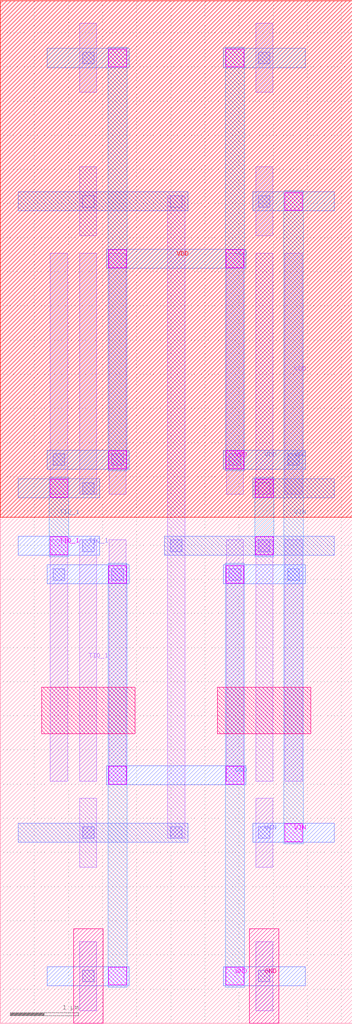
<source format=lef>
VERSION 5.7 ;
  DIVIDERCHAR "/" ;
  BUSBITCHARS "[]" ;
MACRO FLASH_ADC_SYM_1
  CLASS BLOCK ;
  FOREIGN FLASH_ADC_SYM_1 ;
  ORIGIN 0.000 0.000 ;
  SIZE 5.160 BY 14.970 ;
  PIN GND
    ANTENNADIFFAREA 0.826000 ;
    PORT
      LAYER pwell ;
        RECT 1.075 0.000 1.505 1.380 ;
        RECT 3.655 0.000 4.085 1.380 ;
      LAYER li1 ;
        RECT 0.735 3.545 0.985 7.075 ;
        RECT 1.595 3.545 1.845 7.075 ;
        RECT 3.315 3.545 3.565 7.075 ;
        RECT 4.175 3.545 4.425 7.075 ;
        RECT 1.165 0.185 1.415 1.195 ;
        RECT 3.745 0.185 3.995 1.195 ;
      LAYER mcon ;
        RECT 0.775 6.485 0.945 6.655 ;
        RECT 1.635 6.485 1.805 6.655 ;
        RECT 3.355 6.485 3.525 6.655 ;
        RECT 4.215 6.485 4.385 6.655 ;
        RECT 1.205 0.605 1.375 0.775 ;
        RECT 3.785 0.605 3.955 0.775 ;
      LAYER met1 ;
        RECT 0.690 6.430 1.890 6.710 ;
        RECT 3.270 6.430 4.470 6.710 ;
        RECT 1.560 3.490 3.600 3.770 ;
        RECT 0.690 0.550 1.890 0.830 ;
        RECT 3.270 0.550 4.470 0.830 ;
      LAYER via ;
        RECT 1.590 6.440 1.850 6.700 ;
        RECT 3.310 6.440 3.570 6.700 ;
        RECT 1.590 3.500 1.850 3.760 ;
        RECT 3.310 3.500 3.570 3.760 ;
        RECT 1.590 0.560 1.850 0.820 ;
        RECT 3.310 0.560 3.570 0.820 ;
      LAYER met2 ;
        RECT 1.580 0.530 1.860 6.730 ;
        RECT 3.300 0.530 3.580 6.730 ;
    END
  END GND
  PIN VDD
    ANTENNADIFFAREA 3.052000 ;
    PORT
      LAYER nwell ;
        RECT 0.000 7.410 5.160 14.970 ;
      LAYER li1 ;
        RECT 1.165 13.625 1.415 14.635 ;
        RECT 3.745 13.625 3.995 14.635 ;
        RECT 0.735 7.745 0.985 11.275 ;
        RECT 1.595 7.745 1.845 11.275 ;
        RECT 3.315 7.745 3.565 11.275 ;
        RECT 4.175 7.745 4.425 11.275 ;
      LAYER mcon ;
        RECT 1.205 14.045 1.375 14.215 ;
        RECT 3.785 14.045 3.955 14.215 ;
        RECT 0.775 8.165 0.945 8.335 ;
        RECT 1.635 8.165 1.805 8.335 ;
        RECT 3.355 8.165 3.525 8.335 ;
        RECT 4.215 8.165 4.385 8.335 ;
      LAYER met1 ;
        RECT 0.690 13.990 1.890 14.270 ;
        RECT 3.270 13.990 4.470 14.270 ;
        RECT 1.560 11.050 3.600 11.330 ;
        RECT 0.690 8.110 1.890 8.390 ;
        RECT 3.270 8.110 4.470 8.390 ;
      LAYER via ;
        RECT 1.590 14.000 1.850 14.260 ;
        RECT 3.310 14.000 3.570 14.260 ;
        RECT 1.590 11.060 1.850 11.320 ;
        RECT 3.310 11.060 3.570 11.320 ;
        RECT 1.590 8.120 1.850 8.380 ;
        RECT 3.310 8.120 3.570 8.380 ;
      LAYER met2 ;
        RECT 1.580 8.090 1.860 14.290 ;
        RECT 3.300 8.090 3.580 14.290 ;
    END
  END VDD
  PIN VIN
    ANTENNAGATEAREA 0.882000 ;
    PORT
      LAYER li1 ;
        RECT 3.745 11.525 3.995 12.535 ;
        RECT 3.745 2.285 3.995 3.295 ;
      LAYER mcon ;
        RECT 3.785 11.945 3.955 12.115 ;
        RECT 3.785 2.705 3.955 2.875 ;
      LAYER met1 ;
        RECT 3.700 11.890 4.900 12.170 ;
        RECT 3.700 2.650 4.900 2.930 ;
      LAYER via ;
        RECT 4.170 11.900 4.430 12.160 ;
        RECT 4.170 2.660 4.430 2.920 ;
      LAYER met2 ;
        RECT 4.160 2.630 4.440 12.190 ;
    END
  END VIN
  PIN TIQ_1
    ANTENNADIFFAREA 0.823200 ;
    PORT
      LAYER li1 ;
        RECT 1.165 7.745 1.415 11.275 ;
        RECT 1.165 3.545 1.415 7.075 ;
      LAYER mcon ;
        RECT 1.205 7.745 1.375 7.915 ;
        RECT 1.205 6.905 1.375 7.075 ;
      LAYER met1 ;
        RECT 0.260 7.690 1.460 7.970 ;
        RECT 0.260 6.850 1.460 7.130 ;
      LAYER via ;
        RECT 0.730 7.700 0.990 7.960 ;
        RECT 0.730 6.860 0.990 7.120 ;
      LAYER met2 ;
        RECT 0.720 6.830 1.000 7.990 ;
    END
  END TIQ_1
  OBS
      LAYER pwell ;
        RECT 0.605 4.235 1.975 4.915 ;
        RECT 3.185 4.235 4.555 4.915 ;
      LAYER li1 ;
        RECT 1.165 11.525 1.415 12.535 ;
        RECT 1.165 2.285 1.415 3.295 ;
        RECT 2.455 2.705 2.705 12.115 ;
        RECT 3.745 7.745 3.995 11.275 ;
        RECT 3.745 3.545 3.995 7.075 ;
      LAYER mcon ;
        RECT 1.205 11.945 1.375 12.115 ;
        RECT 2.495 11.945 2.665 12.115 ;
        RECT 3.785 7.745 3.955 7.915 ;
        RECT 2.495 6.905 2.665 7.075 ;
        RECT 1.205 2.705 1.375 2.875 ;
        RECT 3.785 6.905 3.955 7.075 ;
        RECT 2.495 2.705 2.665 2.875 ;
      LAYER met1 ;
        RECT 0.260 11.890 2.750 12.170 ;
        RECT 3.700 7.690 4.900 7.970 ;
        RECT 2.410 6.850 4.900 7.130 ;
        RECT 0.260 2.650 2.750 2.930 ;
      LAYER via ;
        RECT 3.740 7.700 4.000 7.960 ;
        RECT 3.740 6.860 4.000 7.120 ;
      LAYER met2 ;
        RECT 3.730 6.830 4.010 7.990 ;
  END
END FLASH_ADC_SYM_1
END LIBRARY


</source>
